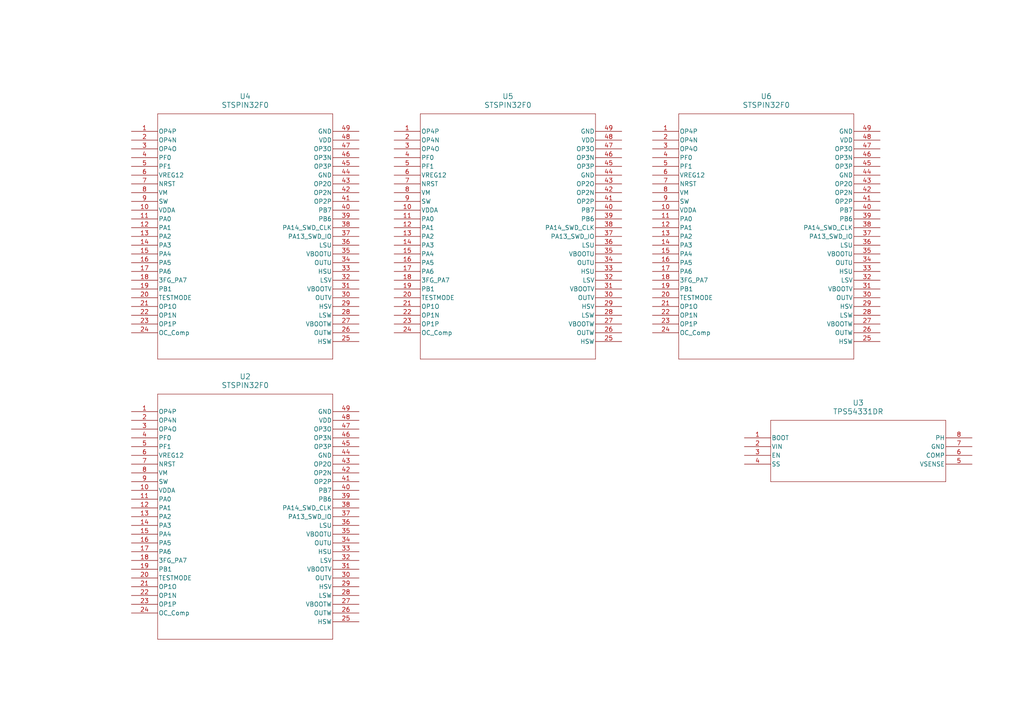
<source format=kicad_sch>
(kicad_sch (version 20231120) (generator "eeschema") (generator_version "8.0")
  (paper "A4")
  (lib_symbols
    (symbol "Snapeda:STSPIN32F0" (pin_names (offset 0.254))
      (property "Reference" "U" (at 33.02 10.16 0))
      (property "Value" "STSPIN32F0" (at 33.02 7.62 0))
      (symbol "STSPIN32F0_0_1"
        (polyline (pts (xy 7.62 -66.04) (xy 58.42 -66.04)) (stroke (width 0.127)))
        (polyline (pts (xy 7.62 5.08) (xy 7.62 -66.04)) (stroke (width 0.127)))
        (polyline (pts (xy 58.42 -66.04) (xy 58.42 5.08)) (stroke (width 0.127)))
        (polyline (pts (xy 58.42 5.08) (xy 7.62 5.08)) (stroke (width 0.127)))
        (pin input line (at 0 0 0) (length 7.62) (name "OP4P") (number "1"))
        (pin power_in line (at 0 -22.86 0) (length 7.62) (name "VDDA") (number "10"))
        (pin input line (at 0 -25.4 0) (length 7.62) (name "PA0") (number "11"))
        (pin input line (at 0 -27.94 0) (length 7.62) (name "PA1") (number "12"))
        (pin input line (at 0 -30.48 0) (length 7.62) (name "PA2") (number "13"))
        (pin input line (at 0 -33.02 0) (length 7.62) (name "PA3") (number "14"))
        (pin input line (at 0 -35.56 0) (length 7.62) (name "PA4") (number "15"))
        (pin input line (at 0 -38.1 0) (length 7.62) (name "PA5") (number "16"))
        (pin input line (at 0 -40.64 0) (length 7.62) (name "PA6") (number "17"))
        (pin bidirectional line (at 0 -43.18 0) (length 7.62) (name "3FG_PA7") (number "18"))
        (pin input line (at 0 -45.72 0) (length 7.62) (name "PB1") (number "19"))
        (pin input line (at 0 -2.54 0) (length 7.62) (name "OP4N") (number "2"))
        (pin input line (at 0 -48.26 0) (length 7.62) (name "TESTMODE") (number "20"))
        (pin output line (at 0 -50.8 0) (length 7.62) (name "OP1O") (number "21"))
        (pin input line (at 0 -53.34 0) (length 7.62) (name "OP1N") (number "22"))
        (pin input line (at 0 -55.88 0) (length 7.62) (name "OP1P") (number "23"))
        (pin input line (at 0 -58.42 0) (length 7.62) (name "OC_Comp") (number "24"))
        (pin output line (at 66.04 -60.96 180) (length 7.62) (name "HSW") (number "25"))
        (pin power_in line (at 66.04 -58.42 180) (length 7.62) (name "OUTW") (number "26"))
        (pin power_in line (at 66.04 -55.88 180) (length 7.62) (name "VBOOTW") (number "27"))
        (pin output line (at 66.04 -53.34 180) (length 7.62) (name "LSW") (number "28"))
        (pin output line (at 66.04 -50.8 180) (length 7.62) (name "HSV") (number "29"))
        (pin output line (at 0 -5.08 0) (length 7.62) (name "OP4O") (number "3"))
        (pin power_in line (at 66.04 -48.26 180) (length 7.62) (name "OUTV") (number "30"))
        (pin power_in line (at 66.04 -45.72 180) (length 7.62) (name "VBOOTV") (number "31"))
        (pin output line (at 66.04 -43.18 180) (length 7.62) (name "LSV") (number "32"))
        (pin output line (at 66.04 -40.64 180) (length 7.62) (name "HSU") (number "33"))
        (pin power_in line (at 66.04 -38.1 180) (length 7.62) (name "OUTU") (number "34"))
        (pin power_in line (at 66.04 -35.56 180) (length 7.62) (name "VBOOTU") (number "35"))
        (pin output line (at 66.04 -33.02 180) (length 7.62) (name "LSU") (number "36"))
        (pin bidirectional line (at 66.04 -30.48 180) (length 7.62) (name "PA13_SWD_IO") (number "37"))
        (pin bidirectional line (at 66.04 -27.94 180) (length 7.62) (name "PA14_SWD_CLK") (number "38"))
        (pin bidirectional line (at 66.04 -25.4 180) (length 7.62) (name "PB6") (number "39"))
        (pin input line (at 0 -7.62 0) (length 7.62) (name "PF0") (number "4"))
        (pin input line (at 66.04 -22.86 180) (length 7.62) (name "PB7") (number "40"))
        (pin input line (at 66.04 -20.32 180) (length 7.62) (name "OP2P") (number "41"))
        (pin input line (at 66.04 -17.78 180) (length 7.62) (name "OP2N") (number "42"))
        (pin output line (at 66.04 -15.24 180) (length 7.62) (name "OP2O") (number "43"))
        (pin power_out line (at 66.04 -12.7 180) (length 7.62) (name "GND") (number "44"))
        (pin input line (at 66.04 -10.16 180) (length 7.62) (name "OP3P") (number "45"))
        (pin input line (at 66.04 -7.62 180) (length 7.62) (name "OP3N") (number "46"))
        (pin unspecified line (at 66.04 -5.08 180) (length 7.62) (name "OP3O") (number "47"))
        (pin power_in line (at 66.04 -2.54 180) (length 7.62) (name "VDD") (number "48"))
        (pin power_out line (at 66.04 0 180) (length 7.62) (name "GND") (number "49"))
        (pin input line (at 0 -10.16 0) (length 7.62) (name "PF1") (number "5"))
        (pin power_in line (at 0 -12.7 0) (length 7.62) (name "VREG12") (number "6"))
        (pin input line (at 0 -15.24 0) (length 7.62) (name "NRST") (number "7"))
        (pin power_in line (at 0 -17.78 0) (length 7.62) (name "VM") (number "8"))
        (pin output line (at 0 -20.32 0) (length 7.62) (name "SW") (number "9"))
      )
    )
    (symbol "Snapeda:TPS54331DR" (pin_names (offset 0.254))
      (property "Reference" "U" (at 33.02 10.16 0))
      (property "Value" "TPS54331DR" (at 33.02 7.62 0))
      (symbol "TPS54331DR_0_1"
        (polyline (pts (xy 7.62 -12.7) (xy 58.42 -12.7)) (stroke (width 0.127)))
        (polyline (pts (xy 7.62 5.08) (xy 7.62 -12.7)) (stroke (width 0.127)))
        (polyline (pts (xy 58.42 -12.7) (xy 58.42 5.08)) (stroke (width 0.127)))
        (polyline (pts (xy 58.42 5.08) (xy 7.62 5.08)) (stroke (width 0.127)))
        (pin unspecified line (at 0 0 0) (length 7.62) (name "BOOT") (number "1"))
        (pin input line (at 0 -2.54 0) (length 7.62) (name "VIN") (number "2"))
        (pin unspecified line (at 0 -5.08 0) (length 7.62) (name "EN") (number "3"))
        (pin unspecified line (at 0 -7.62 0) (length 7.62) (name "SS") (number "4"))
        (pin unspecified line (at 66.04 -7.62 180) (length 7.62) (name "VSENSE") (number "5"))
        (pin output line (at 66.04 -5.08 180) (length 7.62) (name "COMP") (number "6"))
        (pin power_in line (at 66.04 -2.54 180) (length 7.62) (name "GND") (number "7"))
        (pin power_in line (at 66.04 0 180) (length 7.62) (name "PH") (number "8"))
      )
    )
  )
  (symbol (lib_id "Snapeda:STSPIN32F0") (at 189.23 38.1 0) (unit 1)
    (property "Reference" "U6" (at 222.25 27.94 0) (effects (font (size 1.524 1.524))))
    (property "Value" "STSPIN32F0" (at 222.25 30.48 0) (effects (font (size 1.524 1.524))))
    (property "Footprint" "Snapeda:VFQFPN48_7X7X1_STM" (effects (hide yes)))
    (property "Datasheet" "STSPIN32F0" (effects (hide yes)))
  )
  (symbol (lib_id "Snapeda:STSPIN32F0") (at 114.3 38.1 0) (unit 1)
    (property "Reference" "U5" (at 147.32 27.94 0) (effects (font (size 1.524 1.524))))
    (property "Value" "STSPIN32F0" (at 147.32 30.48 0) (effects (font (size 1.524 1.524))))
    (property "Footprint" "Snapeda:VFQFPN48_7X7X1_STM" (effects (hide yes)))
    (property "Datasheet" "STSPIN32F0" (effects (hide yes)))
  )
  (symbol (lib_id "Snapeda:STSPIN32F0") (at 38.1 38.1 0) (unit 1)
    (property "Reference" "U4" (at 71.12 27.94 0) (effects (font (size 1.524 1.524))))
    (property "Value" "STSPIN32F0" (at 71.12 30.48 0) (effects (font (size 1.524 1.524))))
    (property "Footprint" "Snapeda:VFQFPN48_7X7X1_STM" (effects (hide yes)))
    (property "Datasheet" "STSPIN32F0" (effects (hide yes)))
  )
  (symbol (lib_id "Snapeda:TPS54331DR") (at 215.9 127 0) (unit 1)
    (property "Reference" "U3" (at 248.92 116.84 0) (effects (font (size 1.524 1.524))))
    (property "Value" "TPS54331DR" (at 248.92 119.38 0) (effects (font (size 1.524 1.524))))
    (property "Footprint" "Snapeda:D8" (effects (hide yes)))
    (property "Datasheet" "TPS54331DR" (effects (hide yes)))
  )
  (symbol (lib_id "Snapeda:STSPIN32F0") (at 38.1 119.38 0) (unit 1)
    (property "Reference" "U2" (at 71.12 109.22 0) (effects (font (size 1.524 1.524))))
    (property "Value" "STSPIN32F0" (at 71.12 111.76 0) (effects (font (size 1.524 1.524))))
    (property "Footprint" "Snapeda:VFQFPN48_7X7X1_STM" (effects (hide yes)))
    (property "Datasheet" "STSPIN32F0" (effects (hide yes)))
  )
)
</source>
